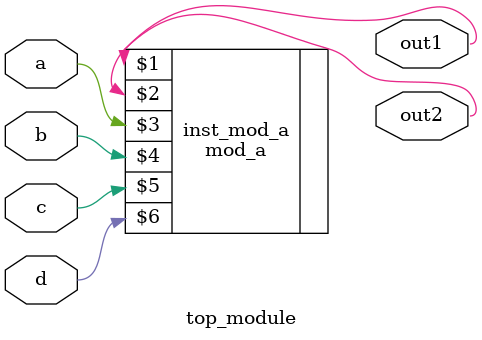
<source format=v>
module top_module (
    input a,
    input b,
    input c,
    input d,
    output out1,
    output out2
);

    mod_a inst_mod_a(out1, out2, a, b, c, d);

endmodule

</source>
